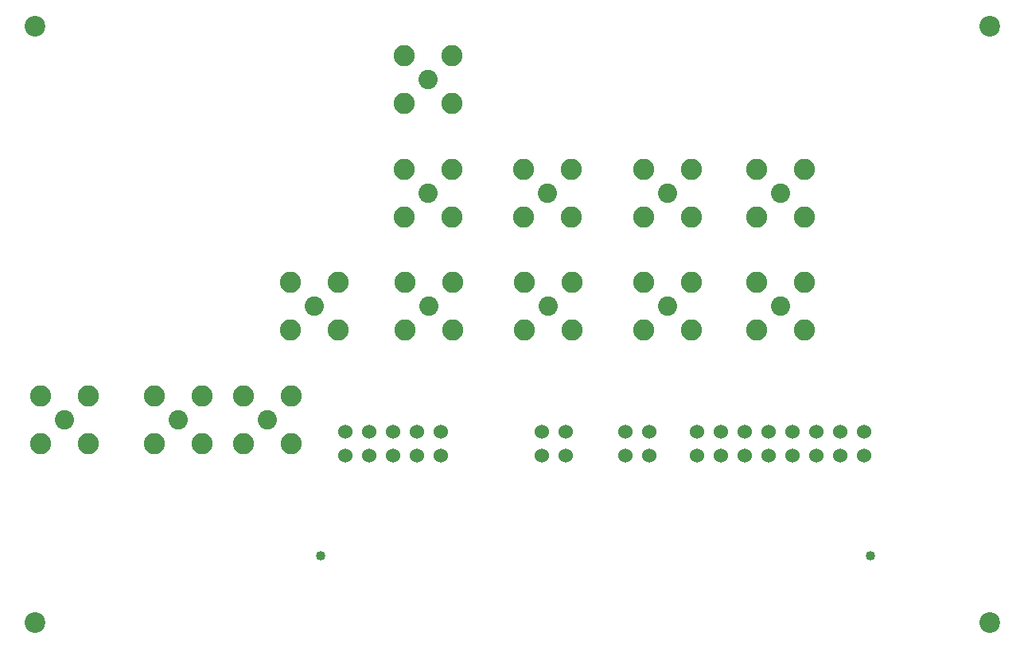
<source format=gbr>
%TF.GenerationSoftware,KiCad,Pcbnew,(6.0.8)*%
%TF.CreationDate,2022-10-28T14:48:27+02:00*%
%TF.ProjectId,XEM8350-BRK-MC1,58454d38-3335-4302-9d42-524b2d4d4331,rev?*%
%TF.SameCoordinates,Original*%
%TF.FileFunction,Soldermask,Bot*%
%TF.FilePolarity,Negative*%
%FSLAX46Y46*%
G04 Gerber Fmt 4.6, Leading zero omitted, Abs format (unit mm)*
G04 Created by KiCad (PCBNEW (6.0.8)) date 2022-10-28 14:48:27*
%MOMM*%
%LPD*%
G01*
G04 APERTURE LIST*
%ADD10C,1.020000*%
%ADD11C,2.050000*%
%ADD12C,2.250000*%
%ADD13C,1.524000*%
%ADD14C,2.200000*%
G04 APERTURE END LIST*
D10*
%TO.C,MC1*%
X119350000Y-132590000D03*
X177830000Y-132590000D03*
%TD*%
D11*
%TO.C,P20*%
X92075000Y-118110000D03*
D12*
X94615000Y-120650000D03*
X89535000Y-120650000D03*
X89535000Y-115570000D03*
X94615000Y-115570000D03*
%TD*%
D13*
%TO.C,P25*%
X129540000Y-121920000D03*
%TD*%
D11*
%TO.C,P87*%
X143449050Y-93980000D03*
D12*
X140909050Y-96520000D03*
X140909050Y-91440000D03*
X145989050Y-96520000D03*
X145989050Y-91440000D03*
%TD*%
D14*
%TO.C,REF\u002A\u002A*%
X190500000Y-139700000D03*
%TD*%
D13*
%TO.C,G3*%
X127000000Y-119380000D03*
%TD*%
%TO.C,G6*%
X142875000Y-119380000D03*
%TD*%
D11*
%TO.C,P97*%
X156215629Y-106045000D03*
D12*
X153675629Y-108585000D03*
X158755629Y-103505000D03*
X153675629Y-103505000D03*
X158755629Y-108585000D03*
%TD*%
D13*
%TO.C,P121*%
X159385000Y-121920000D03*
%TD*%
%TO.C,P131*%
X172085000Y-121920000D03*
%TD*%
%TO.C,P91*%
X142875000Y-121920000D03*
%TD*%
D14*
%TO.C,REF\u002A\u002A*%
X88900000Y-139700000D03*
%TD*%
D13*
%TO.C,G5*%
X132080000Y-119380000D03*
%TD*%
D11*
%TO.C,P41*%
X130789684Y-93980000D03*
D12*
X128249684Y-96520000D03*
X128249684Y-91440000D03*
X133329684Y-96520000D03*
X133329684Y-91440000D03*
%TD*%
D13*
%TO.C,G10*%
X159385000Y-119380000D03*
%TD*%
D11*
%TO.C,P17*%
X113665000Y-118110000D03*
D12*
X111125000Y-120650000D03*
X111125000Y-115570000D03*
X116205000Y-120650000D03*
X116205000Y-115570000D03*
%TD*%
D11*
%TO.C,P33*%
X118676250Y-106045000D03*
D12*
X121216250Y-103505000D03*
X121216250Y-108585000D03*
X116136250Y-103505000D03*
X116136250Y-108585000D03*
%TD*%
D13*
%TO.C,P123*%
X161925000Y-121920000D03*
%TD*%
D11*
%TO.C,P89*%
X143510000Y-106045000D03*
D12*
X146050000Y-108585000D03*
X146050000Y-103505000D03*
X140970000Y-108585000D03*
X140970000Y-103505000D03*
%TD*%
D13*
%TO.C,G12*%
X164465000Y-119380000D03*
%TD*%
%TO.C,G8*%
X151765000Y-119380000D03*
%TD*%
%TO.C,G9*%
X154305000Y-119380000D03*
%TD*%
D11*
%TO.C,P111*%
X168275000Y-93980000D03*
D12*
X170815000Y-91440000D03*
X170815000Y-96520000D03*
X165735000Y-96520000D03*
X165735000Y-91440000D03*
%TD*%
D13*
%TO.C,G15*%
X172085000Y-119380000D03*
%TD*%
%TO.C,G17*%
X177165000Y-119380000D03*
%TD*%
%TO.C,P135*%
X177165000Y-121920000D03*
%TD*%
%TO.C,P133*%
X174625000Y-121920000D03*
%TD*%
%TO.C,G16*%
X174625000Y-119380000D03*
%TD*%
D11*
%TO.C,P43*%
X130789684Y-81915000D03*
D12*
X133329684Y-84455000D03*
X128249684Y-84455000D03*
X128249684Y-79375000D03*
X133329684Y-79375000D03*
%TD*%
D13*
%TO.C,P129*%
X169545000Y-121920000D03*
%TD*%
%TO.C,P21*%
X124460000Y-121920000D03*
%TD*%
D14*
%TO.C,REF\u002A\u002A*%
X88900000Y-76200000D03*
%TD*%
D13*
%TO.C,G7*%
X145415000Y-119380000D03*
%TD*%
%TO.C,G14*%
X169545000Y-119380000D03*
%TD*%
D11*
%TO.C,P18*%
X104140000Y-118110000D03*
D12*
X101600000Y-115570000D03*
X106680000Y-120650000D03*
X106680000Y-115570000D03*
X101600000Y-120650000D03*
%TD*%
D11*
%TO.C,P35*%
X130810000Y-106045000D03*
D12*
X128270000Y-108585000D03*
X128270000Y-103505000D03*
X133350000Y-108585000D03*
X133350000Y-103505000D03*
%TD*%
D13*
%TO.C,G2*%
X124460000Y-119380000D03*
%TD*%
%TO.C,P125*%
X164465000Y-121920000D03*
%TD*%
D11*
%TO.C,P95*%
X156210000Y-93980000D03*
D12*
X153670000Y-91440000D03*
X158750000Y-91440000D03*
X158750000Y-96520000D03*
X153670000Y-96520000D03*
%TD*%
D13*
%TO.C,G4*%
X129540000Y-119380000D03*
%TD*%
%TO.C,P93*%
X145415000Y-121920000D03*
%TD*%
%TO.C,P127*%
X167005000Y-121920000D03*
%TD*%
%TO.C,G13*%
X167005000Y-119380000D03*
%TD*%
%TO.C,P23*%
X127000000Y-121920000D03*
%TD*%
%TO.C,G1*%
X121920000Y-119380000D03*
%TD*%
D14*
%TO.C,REF\u002A\u002A*%
X190500000Y-76200000D03*
%TD*%
D13*
%TO.C,P103*%
X151765000Y-121920000D03*
%TD*%
%TO.C,P105*%
X154305000Y-121920000D03*
%TD*%
%TO.C,P27*%
X132080000Y-121920000D03*
%TD*%
%TO.C,G11*%
X161925000Y-119380000D03*
%TD*%
%TO.C,P19*%
X121920000Y-121920000D03*
%TD*%
D11*
%TO.C,P113*%
X168275000Y-106045000D03*
D12*
X165735000Y-108585000D03*
X170815000Y-108585000D03*
X165735000Y-103505000D03*
X170815000Y-103505000D03*
%TD*%
M02*

</source>
